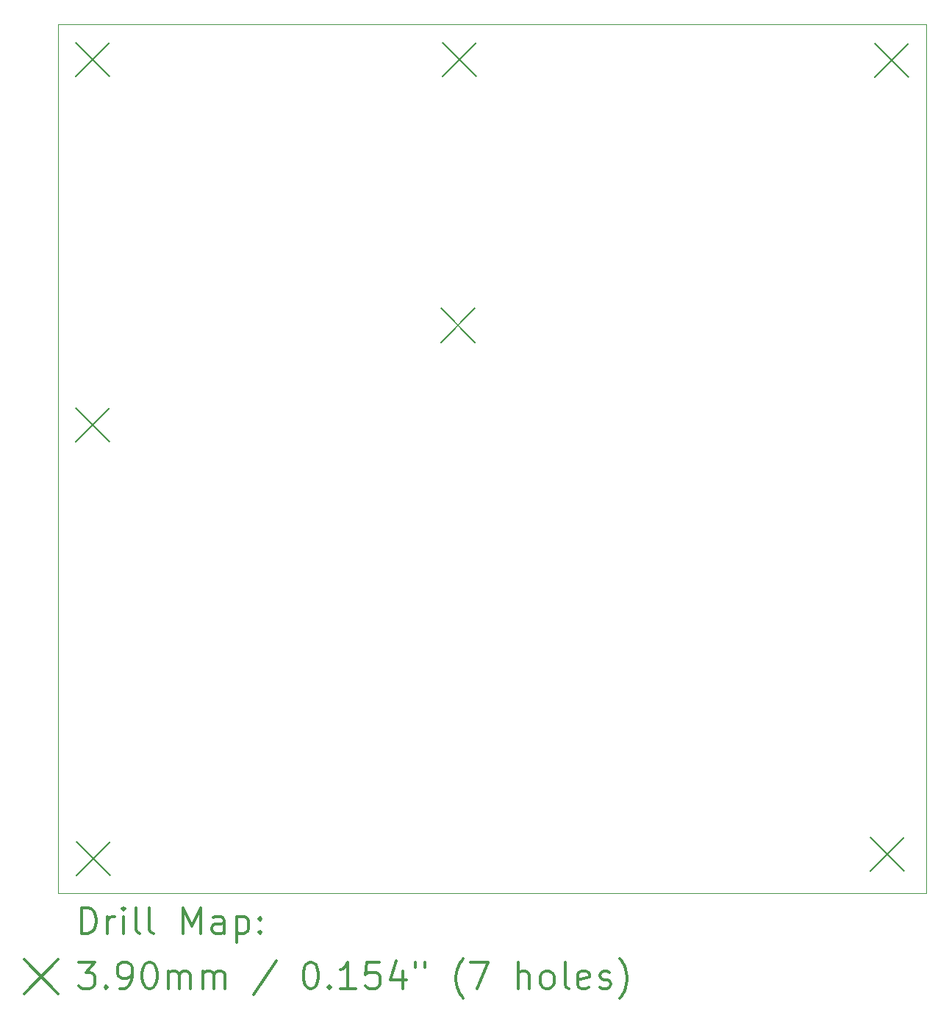
<source format=gbr>
%FSLAX45Y45*%
G04 Gerber Fmt 4.5, Leading zero omitted, Abs format (unit mm)*
G04 Created by KiCad (PCBNEW (2014-10-27 BZR 5228)-product) date 10/01/2015 12:02:00*
%MOMM*%
G01*
G04 APERTURE LIST*
%ADD10C,0.127000*%
%ADD11C,0.100000*%
%ADD12C,0.200000*%
%ADD13C,0.300000*%
G04 APERTURE END LIST*
D10*
D11*
X20000000Y-5000000D02*
X10000000Y-5000000D01*
X20000000Y-15000000D02*
X20000000Y-5000000D01*
X10000000Y-15000000D02*
X20000000Y-15000000D01*
X10000000Y-5000000D02*
X10000000Y-15000000D01*
D12*
X10202744Y-9417884D02*
X10592744Y-9807884D01*
X10592744Y-9417884D02*
X10202744Y-9807884D01*
X10205030Y-5205040D02*
X10595030Y-5595040D01*
X10595030Y-5205040D02*
X10205030Y-5595040D01*
X10210110Y-14408730D02*
X10600110Y-14798730D01*
X10600110Y-14408730D02*
X10210110Y-14798730D01*
X14411270Y-8268280D02*
X14801270Y-8658280D01*
X14801270Y-8268280D02*
X14411270Y-8658280D01*
X14429050Y-5210120D02*
X14819050Y-5600120D01*
X14819050Y-5210120D02*
X14429050Y-5600120D01*
X19350300Y-14359200D02*
X19740300Y-14749200D01*
X19740300Y-14359200D02*
X19350300Y-14749200D01*
X19407450Y-5213930D02*
X19797450Y-5603930D01*
X19797450Y-5213930D02*
X19407450Y-5603930D01*
D13*
X10266429Y-15470714D02*
X10266429Y-15170714D01*
X10337857Y-15170714D01*
X10380714Y-15185000D01*
X10409286Y-15213571D01*
X10423571Y-15242143D01*
X10437857Y-15299286D01*
X10437857Y-15342143D01*
X10423571Y-15399286D01*
X10409286Y-15427857D01*
X10380714Y-15456429D01*
X10337857Y-15470714D01*
X10266429Y-15470714D01*
X10566429Y-15470714D02*
X10566429Y-15270714D01*
X10566429Y-15327857D02*
X10580714Y-15299286D01*
X10595000Y-15285000D01*
X10623571Y-15270714D01*
X10652143Y-15270714D01*
X10752143Y-15470714D02*
X10752143Y-15270714D01*
X10752143Y-15170714D02*
X10737857Y-15185000D01*
X10752143Y-15199286D01*
X10766429Y-15185000D01*
X10752143Y-15170714D01*
X10752143Y-15199286D01*
X10937857Y-15470714D02*
X10909286Y-15456429D01*
X10895000Y-15427857D01*
X10895000Y-15170714D01*
X11095000Y-15470714D02*
X11066429Y-15456429D01*
X11052143Y-15427857D01*
X11052143Y-15170714D01*
X11437857Y-15470714D02*
X11437857Y-15170714D01*
X11537857Y-15385000D01*
X11637857Y-15170714D01*
X11637857Y-15470714D01*
X11909286Y-15470714D02*
X11909286Y-15313571D01*
X11895000Y-15285000D01*
X11866428Y-15270714D01*
X11809286Y-15270714D01*
X11780714Y-15285000D01*
X11909286Y-15456429D02*
X11880714Y-15470714D01*
X11809286Y-15470714D01*
X11780714Y-15456429D01*
X11766428Y-15427857D01*
X11766428Y-15399286D01*
X11780714Y-15370714D01*
X11809286Y-15356429D01*
X11880714Y-15356429D01*
X11909286Y-15342143D01*
X12052143Y-15270714D02*
X12052143Y-15570714D01*
X12052143Y-15285000D02*
X12080714Y-15270714D01*
X12137857Y-15270714D01*
X12166428Y-15285000D01*
X12180714Y-15299286D01*
X12195000Y-15327857D01*
X12195000Y-15413571D01*
X12180714Y-15442143D01*
X12166428Y-15456429D01*
X12137857Y-15470714D01*
X12080714Y-15470714D01*
X12052143Y-15456429D01*
X12323571Y-15442143D02*
X12337857Y-15456429D01*
X12323571Y-15470714D01*
X12309286Y-15456429D01*
X12323571Y-15442143D01*
X12323571Y-15470714D01*
X12323571Y-15285000D02*
X12337857Y-15299286D01*
X12323571Y-15313571D01*
X12309286Y-15299286D01*
X12323571Y-15285000D01*
X12323571Y-15313571D01*
X9605000Y-15770000D02*
X9995000Y-16160000D01*
X9995000Y-15770000D02*
X9605000Y-16160000D01*
X10237857Y-15800714D02*
X10423571Y-15800714D01*
X10323571Y-15915000D01*
X10366429Y-15915000D01*
X10395000Y-15929286D01*
X10409286Y-15943571D01*
X10423571Y-15972143D01*
X10423571Y-16043571D01*
X10409286Y-16072143D01*
X10395000Y-16086429D01*
X10366429Y-16100714D01*
X10280714Y-16100714D01*
X10252143Y-16086429D01*
X10237857Y-16072143D01*
X10552143Y-16072143D02*
X10566429Y-16086429D01*
X10552143Y-16100714D01*
X10537857Y-16086429D01*
X10552143Y-16072143D01*
X10552143Y-16100714D01*
X10709286Y-16100714D02*
X10766428Y-16100714D01*
X10795000Y-16086429D01*
X10809286Y-16072143D01*
X10837857Y-16029286D01*
X10852143Y-15972143D01*
X10852143Y-15857857D01*
X10837857Y-15829286D01*
X10823571Y-15815000D01*
X10795000Y-15800714D01*
X10737857Y-15800714D01*
X10709286Y-15815000D01*
X10695000Y-15829286D01*
X10680714Y-15857857D01*
X10680714Y-15929286D01*
X10695000Y-15957857D01*
X10709286Y-15972143D01*
X10737857Y-15986429D01*
X10795000Y-15986429D01*
X10823571Y-15972143D01*
X10837857Y-15957857D01*
X10852143Y-15929286D01*
X11037857Y-15800714D02*
X11066429Y-15800714D01*
X11095000Y-15815000D01*
X11109286Y-15829286D01*
X11123571Y-15857857D01*
X11137857Y-15915000D01*
X11137857Y-15986429D01*
X11123571Y-16043571D01*
X11109286Y-16072143D01*
X11095000Y-16086429D01*
X11066429Y-16100714D01*
X11037857Y-16100714D01*
X11009286Y-16086429D01*
X10995000Y-16072143D01*
X10980714Y-16043571D01*
X10966429Y-15986429D01*
X10966429Y-15915000D01*
X10980714Y-15857857D01*
X10995000Y-15829286D01*
X11009286Y-15815000D01*
X11037857Y-15800714D01*
X11266428Y-16100714D02*
X11266428Y-15900714D01*
X11266428Y-15929286D02*
X11280714Y-15915000D01*
X11309286Y-15900714D01*
X11352143Y-15900714D01*
X11380714Y-15915000D01*
X11395000Y-15943571D01*
X11395000Y-16100714D01*
X11395000Y-15943571D02*
X11409286Y-15915000D01*
X11437857Y-15900714D01*
X11480714Y-15900714D01*
X11509286Y-15915000D01*
X11523571Y-15943571D01*
X11523571Y-16100714D01*
X11666428Y-16100714D02*
X11666428Y-15900714D01*
X11666428Y-15929286D02*
X11680714Y-15915000D01*
X11709286Y-15900714D01*
X11752143Y-15900714D01*
X11780714Y-15915000D01*
X11795000Y-15943571D01*
X11795000Y-16100714D01*
X11795000Y-15943571D02*
X11809286Y-15915000D01*
X11837857Y-15900714D01*
X11880714Y-15900714D01*
X11909286Y-15915000D01*
X11923571Y-15943571D01*
X11923571Y-16100714D01*
X12509286Y-15786429D02*
X12252143Y-16172143D01*
X12895000Y-15800714D02*
X12923571Y-15800714D01*
X12952143Y-15815000D01*
X12966428Y-15829286D01*
X12980714Y-15857857D01*
X12995000Y-15915000D01*
X12995000Y-15986429D01*
X12980714Y-16043571D01*
X12966428Y-16072143D01*
X12952143Y-16086429D01*
X12923571Y-16100714D01*
X12895000Y-16100714D01*
X12866428Y-16086429D01*
X12852143Y-16072143D01*
X12837857Y-16043571D01*
X12823571Y-15986429D01*
X12823571Y-15915000D01*
X12837857Y-15857857D01*
X12852143Y-15829286D01*
X12866428Y-15815000D01*
X12895000Y-15800714D01*
X13123571Y-16072143D02*
X13137857Y-16086429D01*
X13123571Y-16100714D01*
X13109286Y-16086429D01*
X13123571Y-16072143D01*
X13123571Y-16100714D01*
X13423571Y-16100714D02*
X13252143Y-16100714D01*
X13337857Y-16100714D02*
X13337857Y-15800714D01*
X13309285Y-15843571D01*
X13280714Y-15872143D01*
X13252143Y-15886429D01*
X13695000Y-15800714D02*
X13552143Y-15800714D01*
X13537857Y-15943571D01*
X13552143Y-15929286D01*
X13580714Y-15915000D01*
X13652143Y-15915000D01*
X13680714Y-15929286D01*
X13695000Y-15943571D01*
X13709285Y-15972143D01*
X13709285Y-16043571D01*
X13695000Y-16072143D01*
X13680714Y-16086429D01*
X13652143Y-16100714D01*
X13580714Y-16100714D01*
X13552143Y-16086429D01*
X13537857Y-16072143D01*
X13966428Y-15900714D02*
X13966428Y-16100714D01*
X13895000Y-15786429D02*
X13823571Y-16000714D01*
X14009285Y-16000714D01*
X14109286Y-15800714D02*
X14109286Y-15857857D01*
X14223571Y-15800714D02*
X14223571Y-15857857D01*
X14666428Y-16215000D02*
X14652143Y-16200714D01*
X14623571Y-16157857D01*
X14609285Y-16129286D01*
X14595000Y-16086429D01*
X14580714Y-16015000D01*
X14580714Y-15957857D01*
X14595000Y-15886429D01*
X14609285Y-15843571D01*
X14623571Y-15815000D01*
X14652143Y-15772143D01*
X14666428Y-15757857D01*
X14752143Y-15800714D02*
X14952143Y-15800714D01*
X14823571Y-16100714D01*
X15295000Y-16100714D02*
X15295000Y-15800714D01*
X15423571Y-16100714D02*
X15423571Y-15943571D01*
X15409285Y-15915000D01*
X15380714Y-15900714D01*
X15337857Y-15900714D01*
X15309285Y-15915000D01*
X15295000Y-15929286D01*
X15609285Y-16100714D02*
X15580714Y-16086429D01*
X15566428Y-16072143D01*
X15552143Y-16043571D01*
X15552143Y-15957857D01*
X15566428Y-15929286D01*
X15580714Y-15915000D01*
X15609285Y-15900714D01*
X15652143Y-15900714D01*
X15680714Y-15915000D01*
X15695000Y-15929286D01*
X15709285Y-15957857D01*
X15709285Y-16043571D01*
X15695000Y-16072143D01*
X15680714Y-16086429D01*
X15652143Y-16100714D01*
X15609285Y-16100714D01*
X15880714Y-16100714D02*
X15852143Y-16086429D01*
X15837857Y-16057857D01*
X15837857Y-15800714D01*
X16109286Y-16086429D02*
X16080714Y-16100714D01*
X16023571Y-16100714D01*
X15995000Y-16086429D01*
X15980714Y-16057857D01*
X15980714Y-15943571D01*
X15995000Y-15915000D01*
X16023571Y-15900714D01*
X16080714Y-15900714D01*
X16109286Y-15915000D01*
X16123571Y-15943571D01*
X16123571Y-15972143D01*
X15980714Y-16000714D01*
X16237857Y-16086429D02*
X16266428Y-16100714D01*
X16323571Y-16100714D01*
X16352143Y-16086429D01*
X16366428Y-16057857D01*
X16366428Y-16043571D01*
X16352143Y-16015000D01*
X16323571Y-16000714D01*
X16280714Y-16000714D01*
X16252143Y-15986429D01*
X16237857Y-15957857D01*
X16237857Y-15943571D01*
X16252143Y-15915000D01*
X16280714Y-15900714D01*
X16323571Y-15900714D01*
X16352143Y-15915000D01*
X16466428Y-16215000D02*
X16480714Y-16200714D01*
X16509286Y-16157857D01*
X16523571Y-16129286D01*
X16537857Y-16086429D01*
X16552143Y-16015000D01*
X16552143Y-15957857D01*
X16537857Y-15886429D01*
X16523571Y-15843571D01*
X16509286Y-15815000D01*
X16480714Y-15772143D01*
X16466428Y-15757857D01*
M02*

</source>
